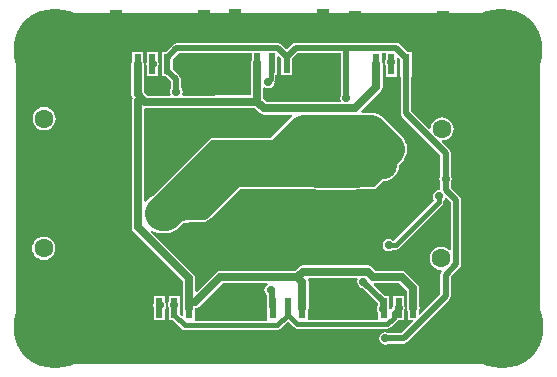
<source format=gbl>
G04*
G04 #@! TF.GenerationSoftware,Altium Limited,Altium Designer,21.6.1 (37)*
G04*
G04 Layer_Physical_Order=2*
G04 Layer_Color=16711680*
%FSLAX44Y44*%
%MOMM*%
G71*
G04*
G04 #@! TF.SameCoordinates,463AB4A2-C92B-4DBF-B99B-D3FD589B31D3*
G04*
G04*
G04 #@! TF.FilePolarity,Positive*
G04*
G01*
G75*
%ADD27C,3.0000*%
%ADD28C,2.0000*%
%ADD30C,0.4000*%
%ADD31C,0.5000*%
%ADD32C,2.4000*%
G04:AMPARAMS|DCode=33|XSize=2.4mm|YSize=2.4mm|CornerRadius=0.36mm|HoleSize=0mm|Usage=FLASHONLY|Rotation=180.000|XOffset=0mm|YOffset=0mm|HoleType=Round|Shape=RoundedRectangle|*
%AMROUNDEDRECTD33*
21,1,2.4000,1.6800,0,0,180.0*
21,1,1.6800,2.4000,0,0,180.0*
1,1,0.7200,-0.8400,0.8400*
1,1,0.7200,0.8400,0.8400*
1,1,0.7200,0.8400,-0.8400*
1,1,0.7200,-0.8400,-0.8400*
%
%ADD33ROUNDEDRECTD33*%
%ADD34C,1.6000*%
G04:AMPARAMS|DCode=35|XSize=2.4mm|YSize=2.4mm|CornerRadius=0.6mm|HoleSize=0mm|Usage=FLASHONLY|Rotation=0.000|XOffset=0mm|YOffset=0mm|HoleType=Round|Shape=RoundedRectangle|*
%AMROUNDEDRECTD35*
21,1,2.4000,1.2000,0,0,0.0*
21,1,1.2000,2.4000,0,0,0.0*
1,1,1.2000,0.6000,-0.6000*
1,1,1.2000,-0.6000,-0.6000*
1,1,1.2000,-0.6000,0.6000*
1,1,1.2000,0.6000,0.6000*
%
%ADD35ROUNDEDRECTD35*%
%ADD36C,7.0000*%
%ADD37C,0.7000*%
%ADD38R,1.0000X2.7000*%
%ADD39R,0.6000X1.7000*%
%ADD40C,4.0000*%
%ADD41C,0.7000*%
G36*
X1719000Y2834666D02*
X1719000Y2607000D01*
X1686000Y2574000D01*
X1299000D01*
X1275000Y2598000D01*
X1275000Y2835000D01*
X1312000Y2872000D01*
X1691000Y2872000D01*
X1719000Y2834666D01*
D02*
G37*
%LPC*%
G36*
X1597000Y2846282D02*
X1512000D01*
X1510361Y2845956D01*
X1508972Y2845028D01*
X1504500Y2840556D01*
X1500328Y2844728D01*
X1498939Y2845656D01*
X1497300Y2845982D01*
X1411200D01*
X1409561Y2845656D01*
X1408172Y2844728D01*
X1401894Y2838450D01*
X1398550D01*
Y2818050D01*
X1401894D01*
X1406335Y2813609D01*
Y2807378D01*
X1406102Y2807029D01*
X1405698Y2805000D01*
X1406102Y2802971D01*
X1406268Y2802722D01*
X1405670Y2801602D01*
X1386896D01*
X1383552Y2804946D01*
Y2828250D01*
X1383148Y2830279D01*
X1382950Y2830576D01*
Y2838450D01*
X1373550D01*
Y2830576D01*
X1373352Y2830279D01*
X1372948Y2828250D01*
Y2802750D01*
X1373352Y2800721D01*
X1374242Y2799388D01*
X1373902Y2798879D01*
X1373498Y2796850D01*
Y2690034D01*
X1373902Y2688004D01*
X1375051Y2686284D01*
X1416448Y2644887D01*
Y2626250D01*
Y2621750D01*
X1416852Y2619721D01*
X1417050Y2619424D01*
Y2615444D01*
X1415877Y2614958D01*
X1413950Y2616885D01*
Y2622424D01*
X1414148Y2622721D01*
X1414552Y2624750D01*
X1414148Y2626779D01*
X1413950Y2627076D01*
Y2631950D01*
X1404550D01*
Y2627076D01*
X1404352Y2626779D01*
X1403948Y2624750D01*
X1404352Y2622721D01*
X1404550Y2622424D01*
Y2611550D01*
X1408615D01*
X1415832Y2604333D01*
X1415832Y2604332D01*
X1417056Y2603515D01*
X1418500Y2603228D01*
X1496000D01*
X1496000Y2603228D01*
X1497444Y2603515D01*
X1498668Y2604332D01*
X1505250Y2610915D01*
X1510832Y2605333D01*
X1510832Y2605332D01*
X1512056Y2604515D01*
X1513500Y2604228D01*
X1513500Y2604228D01*
X1589732D01*
X1589733Y2604228D01*
X1591176Y2604515D01*
X1592400Y2605332D01*
X1597934Y2610866D01*
X1597934Y2610866D01*
X1598391Y2611550D01*
X1603950D01*
Y2619424D01*
X1604148Y2619721D01*
X1604552Y2621750D01*
X1604148Y2623779D01*
X1603950Y2624076D01*
Y2631950D01*
X1594550D01*
Y2624076D01*
X1594352Y2623779D01*
X1593956Y2621791D01*
X1592720Y2620555D01*
X1592215Y2620623D01*
X1591450Y2621001D01*
Y2631950D01*
X1587546D01*
X1578067Y2641428D01*
X1578594Y2642698D01*
X1599804D01*
X1605948Y2636554D01*
Y2622250D01*
X1606352Y2620221D01*
X1607050Y2619176D01*
Y2611550D01*
X1611274D01*
X1611760Y2610377D01*
X1601666Y2600282D01*
X1590951D01*
X1590029Y2600898D01*
X1588000Y2601302D01*
X1585971Y2600898D01*
X1584251Y2599749D01*
X1583102Y2598029D01*
X1582698Y2596000D01*
X1583102Y2593971D01*
X1584251Y2592251D01*
X1585971Y2591102D01*
X1588000Y2590698D01*
X1590029Y2591102D01*
X1590951Y2591718D01*
X1603440D01*
X1605078Y2592044D01*
X1606468Y2592972D01*
X1642028Y2628532D01*
X1642956Y2629922D01*
X1643282Y2631560D01*
Y2648195D01*
X1650758Y2655670D01*
X1651686Y2657060D01*
X1652012Y2658699D01*
Y2713159D01*
X1651686Y2714798D01*
X1650758Y2716187D01*
X1643282Y2723663D01*
Y2728049D01*
X1643898Y2728971D01*
X1644302Y2731000D01*
X1643898Y2733029D01*
X1643282Y2733951D01*
Y2753264D01*
X1642956Y2754903D01*
X1642028Y2756293D01*
X1635766Y2762554D01*
X1636376Y2763741D01*
X1638570Y2764030D01*
X1640930Y2765007D01*
X1642956Y2766562D01*
X1644511Y2768588D01*
X1645488Y2770948D01*
X1645822Y2773480D01*
X1645488Y2776012D01*
X1644511Y2778372D01*
X1642956Y2780398D01*
X1640930Y2781953D01*
X1638570Y2782930D01*
X1636038Y2783264D01*
X1633506Y2782930D01*
X1631146Y2781953D01*
X1629120Y2780398D01*
X1627565Y2778372D01*
X1626588Y2776012D01*
X1626299Y2773818D01*
X1625112Y2773208D01*
X1609782Y2788539D01*
Y2817800D01*
X1610200D01*
Y2838200D01*
X1606856D01*
X1600028Y2845028D01*
X1598639Y2845956D01*
X1597000Y2846282D01*
D02*
G37*
G36*
X1395450Y2838450D02*
X1386050D01*
Y2830269D01*
X1385698Y2828500D01*
X1386050Y2826731D01*
Y2818050D01*
X1395450D01*
Y2825800D01*
X1395898Y2826471D01*
X1396302Y2828500D01*
X1395898Y2830529D01*
X1395450Y2831200D01*
Y2838450D01*
D02*
G37*
G36*
X1299178Y2792026D02*
X1296646Y2791692D01*
X1294286Y2790715D01*
X1292260Y2789160D01*
X1290705Y2787134D01*
X1289728Y2784774D01*
X1289394Y2782242D01*
X1289728Y2779710D01*
X1290705Y2777350D01*
X1292260Y2775324D01*
X1294286Y2773769D01*
X1296646Y2772792D01*
X1299178Y2772458D01*
X1301710Y2772792D01*
X1304070Y2773769D01*
X1306096Y2775324D01*
X1307651Y2777350D01*
X1308628Y2779710D01*
X1308962Y2782242D01*
X1308628Y2784774D01*
X1307651Y2787134D01*
X1306096Y2789160D01*
X1304070Y2790715D01*
X1301710Y2791692D01*
X1299178Y2792026D01*
D02*
G37*
G36*
X1298670Y2682044D02*
X1296138Y2681710D01*
X1293778Y2680733D01*
X1291752Y2679178D01*
X1290197Y2677152D01*
X1289220Y2674792D01*
X1288886Y2672260D01*
X1289220Y2669728D01*
X1290197Y2667368D01*
X1291752Y2665342D01*
X1293778Y2663787D01*
X1296138Y2662810D01*
X1298670Y2662476D01*
X1301202Y2662810D01*
X1303562Y2663787D01*
X1305588Y2665342D01*
X1307143Y2667368D01*
X1308120Y2669728D01*
X1308454Y2672260D01*
X1308120Y2674792D01*
X1307143Y2677152D01*
X1305588Y2679178D01*
X1303562Y2680733D01*
X1301202Y2681710D01*
X1298670Y2682044D01*
D02*
G37*
G36*
X1401450Y2631950D02*
X1392050D01*
Y2625769D01*
X1391698Y2624000D01*
X1392050Y2622231D01*
Y2611550D01*
X1401450D01*
Y2621300D01*
X1401898Y2621971D01*
X1402302Y2624000D01*
X1401898Y2626029D01*
X1401450Y2626700D01*
Y2631950D01*
D02*
G37*
%LPD*%
G36*
X1550218Y2821246D02*
X1550544Y2819607D01*
X1550718Y2819346D01*
Y2802401D01*
X1550102Y2801479D01*
X1549698Y2799450D01*
X1550102Y2797421D01*
X1550268Y2797172D01*
X1549669Y2796052D01*
X1487446D01*
X1484802Y2798696D01*
Y2808024D01*
X1486072Y2808702D01*
X1486971Y2808102D01*
X1489000Y2807698D01*
X1491029Y2808102D01*
X1492749Y2809251D01*
X1493898Y2810971D01*
X1494302Y2813000D01*
X1494134Y2813843D01*
X1494485Y2814368D01*
X1494772Y2815812D01*
Y2818800D01*
X1496700D01*
Y2834585D01*
X1497873Y2835071D01*
X1499800Y2833144D01*
Y2818800D01*
X1509200D01*
Y2833144D01*
X1513774Y2837718D01*
X1550218D01*
Y2821246D01*
D02*
G37*
G36*
X1474800Y2831326D02*
X1474602Y2831029D01*
X1474198Y2829000D01*
Y2801802D01*
X1443548D01*
X1442543Y2801602D01*
X1416331D01*
X1415732Y2802722D01*
X1415898Y2802971D01*
X1416302Y2805000D01*
X1415898Y2807029D01*
X1414900Y2808524D01*
Y2815383D01*
X1414574Y2817021D01*
X1413645Y2818411D01*
X1407950Y2824106D01*
Y2832394D01*
X1412974Y2837418D01*
X1474800D01*
Y2831326D01*
D02*
G37*
G36*
X1588300Y2832326D02*
X1588102Y2832029D01*
X1587698Y2830000D01*
X1588102Y2827971D01*
X1588300Y2827674D01*
Y2817800D01*
X1597700D01*
Y2827674D01*
X1597898Y2827971D01*
X1598302Y2830000D01*
X1597898Y2832029D01*
X1597700Y2832326D01*
Y2833585D01*
X1598873Y2834071D01*
X1600800Y2832144D01*
Y2817800D01*
X1601218D01*
Y2786765D01*
X1601544Y2785126D01*
X1602472Y2783737D01*
X1634718Y2751491D01*
Y2733951D01*
X1634102Y2733029D01*
X1633698Y2731000D01*
X1634102Y2728971D01*
X1634718Y2728049D01*
Y2722855D01*
X1633500Y2721802D01*
X1631471Y2721398D01*
X1629751Y2720249D01*
X1628602Y2718529D01*
X1628198Y2716500D01*
X1628602Y2714471D01*
X1629510Y2713112D01*
Y2712845D01*
X1595437Y2678773D01*
X1594714D01*
X1593029Y2679898D01*
X1591000Y2680302D01*
X1588971Y2679898D01*
X1587251Y2678749D01*
X1586102Y2677029D01*
X1585698Y2675000D01*
X1586102Y2672971D01*
X1587251Y2671251D01*
X1588971Y2670102D01*
X1591000Y2669698D01*
X1593029Y2670102D01*
X1594714Y2671227D01*
X1597000D01*
X1597000Y2671227D01*
X1598444Y2671515D01*
X1599668Y2672332D01*
X1635950Y2708615D01*
X1636768Y2709839D01*
X1637055Y2711282D01*
X1637055Y2711283D01*
Y2712621D01*
X1637249Y2712751D01*
X1638398Y2714471D01*
X1638461Y2714788D01*
X1639677Y2715157D01*
X1643448Y2711385D01*
Y2671285D01*
X1642178Y2670878D01*
X1640422Y2672225D01*
X1638062Y2673202D01*
X1635530Y2673536D01*
X1632998Y2673202D01*
X1630638Y2672225D01*
X1628612Y2670670D01*
X1627057Y2668644D01*
X1626080Y2666284D01*
X1625746Y2663752D01*
X1626080Y2661220D01*
X1627057Y2658860D01*
X1628612Y2656834D01*
X1630638Y2655279D01*
X1632998Y2654302D01*
X1635192Y2654013D01*
X1635555Y2653540D01*
X1635672Y2653282D01*
X1635788Y2652721D01*
X1635044Y2651607D01*
X1634718Y2649969D01*
Y2633334D01*
X1617623Y2616240D01*
X1616450Y2616726D01*
Y2619424D01*
X1616648Y2619721D01*
X1617052Y2621750D01*
X1616648Y2623779D01*
X1616552Y2623923D01*
Y2638750D01*
X1616148Y2640779D01*
X1614999Y2642499D01*
X1605749Y2651749D01*
X1604029Y2652898D01*
X1602000Y2653302D01*
X1579939D01*
X1576792Y2656449D01*
X1575072Y2657598D01*
X1573043Y2658002D01*
X1518349D01*
X1516320Y2657598D01*
X1514601Y2656449D01*
X1511453Y2653302D01*
X1448000D01*
X1445971Y2652898D01*
X1444251Y2651749D01*
X1428225Y2635723D01*
X1427052Y2636209D01*
Y2647084D01*
X1426648Y2649113D01*
X1425499Y2650833D01*
X1389779Y2686553D01*
X1390543Y2687584D01*
X1392578Y2686497D01*
X1395726Y2685542D01*
X1399000Y2685219D01*
X1401383D01*
X1404656Y2685542D01*
X1407804Y2686497D01*
X1410706Y2688047D01*
X1413248Y2690134D01*
X1416098Y2692983D01*
X1417600Y2693606D01*
X1420556Y2694194D01*
X1422043Y2694267D01*
X1431688D01*
X1431856Y2694300D01*
X1432026D01*
X1434665Y2694825D01*
X1434823Y2694890D01*
X1434990Y2694923D01*
X1437475Y2695953D01*
X1437617Y2696048D01*
X1437775Y2696113D01*
X1440012Y2697608D01*
X1440133Y2697728D01*
X1440275Y2697823D01*
X1441226Y2698774D01*
X1464718Y2722267D01*
X1528749D01*
X1531000Y2722045D01*
X1562000D01*
X1564251Y2722267D01*
X1578000D01*
X1578663Y2722399D01*
X1579226Y2722774D01*
X1585676Y2729225D01*
X1586000Y2729182D01*
X1589576Y2729653D01*
X1592909Y2731033D01*
X1595771Y2733229D01*
X1597967Y2736091D01*
X1599347Y2739424D01*
X1599818Y2743000D01*
X1599801Y2743134D01*
X1601442Y2744482D01*
X1603529Y2747025D01*
X1605080Y2749926D01*
X1606035Y2753074D01*
X1606357Y2756347D01*
X1606035Y2759621D01*
X1605080Y2762769D01*
X1603529Y2765670D01*
X1601442Y2768213D01*
X1587240Y2782416D01*
X1584697Y2784503D01*
X1581796Y2786053D01*
X1578648Y2787008D01*
X1575374Y2787331D01*
X1567988D01*
X1567502Y2788504D01*
X1584249Y2805251D01*
X1585398Y2806971D01*
X1585802Y2809000D01*
Y2828000D01*
X1585398Y2830029D01*
X1585200Y2830326D01*
Y2837718D01*
X1588300D01*
Y2832326D01*
D02*
G37*
G36*
X1481501Y2787001D02*
X1483221Y2785852D01*
X1485250Y2785448D01*
X1509060D01*
X1509514Y2784178D01*
X1507367Y2782416D01*
X1490684Y2765733D01*
X1441000D01*
X1440337Y2765602D01*
X1439774Y2765226D01*
X1391448Y2716899D01*
X1389677Y2715953D01*
X1387134Y2713866D01*
X1385372Y2711718D01*
X1384102Y2712173D01*
Y2790507D01*
X1384700Y2790998D01*
X1443348D01*
X1444354Y2791198D01*
X1477304D01*
X1481501Y2787001D01*
D02*
G37*
G36*
X1597000Y2761000D02*
Y2743000D01*
X1578000Y2724000D01*
X1464000D01*
X1440000Y2700000D01*
X1439049Y2699049D01*
X1436812Y2697554D01*
X1434327Y2696525D01*
X1431688Y2696000D01*
X1422000D01*
X1420343Y2695919D01*
X1417094Y2695272D01*
X1414034Y2694005D01*
X1411279Y2692164D01*
X1410050Y2691050D01*
X1409000Y2690000D01*
X1390000Y2713000D01*
X1441000Y2764000D01*
X1594000D01*
X1597000Y2761000D01*
D02*
G37*
G36*
X1564708Y2646278D02*
X1564541Y2646029D01*
X1564138Y2644000D01*
X1564541Y2641971D01*
X1565691Y2640251D01*
X1567411Y2639102D01*
X1568498Y2638885D01*
X1581718Y2625666D01*
Y2623951D01*
X1581102Y2623029D01*
X1580698Y2621000D01*
X1581102Y2618971D01*
X1582050Y2617552D01*
Y2611772D01*
X1522450D01*
Y2619424D01*
X1522648Y2619721D01*
X1523052Y2621750D01*
Y2643900D01*
X1522648Y2645928D01*
X1522415Y2646278D01*
X1523013Y2647398D01*
X1564109D01*
X1564708Y2646278D01*
D02*
G37*
G36*
X1488267Y2641428D02*
X1487251Y2640749D01*
X1486102Y2639029D01*
X1485698Y2637000D01*
X1486102Y2634971D01*
X1487251Y2633251D01*
X1487968Y2632772D01*
Y2622250D01*
X1488050Y2621837D01*
Y2611550D01*
X1487102Y2610772D01*
X1427398D01*
X1426450Y2611550D01*
Y2619424D01*
X1426648Y2619721D01*
X1427002Y2621498D01*
X1428779Y2621852D01*
X1430499Y2623001D01*
X1450196Y2642698D01*
X1487882D01*
X1488267Y2641428D01*
D02*
G37*
D27*
X1401383Y2702000D02*
X1442233Y2742850D01*
X1456200D02*
X1491533D01*
X1442233D02*
X1451000D01*
X1519233Y2770550D02*
X1575374D01*
X1589576Y2756347D01*
X1491533Y2742850D02*
X1519233Y2770550D01*
X1399000Y2702000D02*
X1401383D01*
D28*
X1530500Y2743350D02*
X1531000Y2743850D01*
X1530000Y2742850D02*
X1530500Y2743350D01*
D30*
X1591000Y2675000D02*
X1597000D01*
X1633282Y2711282D01*
Y2716282D02*
X1633500Y2716500D01*
X1633282Y2711282D02*
Y2716282D01*
X1513500Y2608000D02*
X1589733D01*
X1505250Y2616250D02*
X1513500Y2608000D01*
X1589733D02*
X1595266Y2613534D01*
Y2617766D02*
X1599250Y2621750D01*
X1595266Y2613534D02*
Y2617766D01*
X1409250Y2621750D02*
Y2624750D01*
X1418500Y2607000D02*
X1496000D01*
X1409250Y2616250D02*
X1418500Y2607000D01*
X1409250Y2616250D02*
Y2621750D01*
X1496000Y2607000D02*
X1505250Y2616250D01*
Y2621750D01*
X1491000Y2815812D02*
Y2828000D01*
X1492000Y2829000D01*
D31*
X1605500Y2786765D02*
X1639000Y2753264D01*
Y2721889D02*
Y2753264D01*
X1605500Y2786765D02*
Y2833500D01*
X1554500Y2821246D02*
X1555000Y2820746D01*
Y2799450D02*
Y2820746D01*
X1554500Y2821246D02*
Y2842000D01*
X1410617Y2805383D02*
X1411000Y2805000D01*
X1410617Y2805383D02*
Y2815383D01*
X1403250Y2822750D02*
Y2828250D01*
Y2822750D02*
X1410617Y2815383D01*
X1639000Y2649969D02*
X1647730Y2658699D01*
Y2713159D01*
X1639000Y2631560D02*
Y2649969D01*
Y2721889D02*
X1647730Y2713159D01*
X1603440Y2596000D02*
X1639000Y2631560D01*
X1547750Y2620750D02*
X1548750Y2621750D01*
X1574250D01*
X1586000Y2621000D02*
Y2627440D01*
X1588000Y2596000D02*
X1603440D01*
X1554500Y2842000D02*
X1597000D01*
X1512000D02*
X1554500D01*
X1597000D02*
X1605500Y2833500D01*
X1504500Y2834500D02*
X1512000Y2842000D01*
X1504500Y2829000D02*
Y2834500D01*
X1411200Y2841700D02*
X1497300D01*
X1504500Y2834500D01*
X1403250Y2833750D02*
X1411200Y2841700D01*
X1403250Y2828250D02*
Y2833750D01*
X1569440Y2644000D02*
X1586000Y2627440D01*
X1491000Y2636459D02*
Y2637000D01*
Y2636459D02*
X1492250Y2635209D01*
Y2622250D02*
Y2635209D01*
Y2622250D02*
X1492750Y2621750D01*
D32*
X1586000Y2743000D02*
D03*
X1399000Y2702000D02*
D03*
D33*
X1586000Y2694000D02*
D03*
D34*
X1636038Y2773480D02*
D03*
X1635530Y2663752D02*
D03*
X1299178Y2782242D02*
D03*
X1298670Y2672260D02*
D03*
D35*
X1399000Y2751000D02*
D03*
D36*
X1687000Y2606000D02*
D03*
X1686000Y2840000D02*
D03*
X1308000Y2606000D02*
D03*
Y2840000D02*
D03*
D37*
X1710001Y2800002D02*
D03*
Y2760002D02*
D03*
Y2740002D02*
D03*
Y2720002D02*
D03*
Y2700002D02*
D03*
Y2680002D02*
D03*
X1700001Y2800002D02*
D03*
Y2760002D02*
D03*
X1705001Y2750002D02*
D03*
X1700001Y2740002D02*
D03*
X1705001Y2730002D02*
D03*
X1700001Y2720002D02*
D03*
X1705001Y2710002D02*
D03*
X1700001Y2700002D02*
D03*
X1705001Y2690002D02*
D03*
X1700001Y2680002D02*
D03*
X1690001Y2760002D02*
D03*
X1695001Y2750002D02*
D03*
X1690001Y2740002D02*
D03*
X1695001Y2730002D02*
D03*
X1690001Y2720002D02*
D03*
X1695001Y2710002D02*
D03*
X1690001Y2700002D02*
D03*
X1695001Y2690002D02*
D03*
X1690001Y2680002D02*
D03*
X1680001Y2760002D02*
D03*
X1685001Y2750002D02*
D03*
X1680001Y2740002D02*
D03*
X1685001Y2730002D02*
D03*
X1680001Y2720002D02*
D03*
X1685001Y2710002D02*
D03*
X1680001Y2700002D02*
D03*
X1685001Y2690002D02*
D03*
X1680001Y2680002D02*
D03*
X1670001Y2800002D02*
D03*
Y2760002D02*
D03*
X1675001Y2750002D02*
D03*
X1670001Y2740002D02*
D03*
X1675001Y2730002D02*
D03*
X1670001Y2720002D02*
D03*
X1675001Y2710002D02*
D03*
X1670001Y2700002D02*
D03*
X1675001Y2690002D02*
D03*
X1670001Y2680002D02*
D03*
X1660001Y2800002D02*
D03*
Y2780002D02*
D03*
X1665001Y2770002D02*
D03*
Y2750002D02*
D03*
Y2730002D02*
D03*
Y2710002D02*
D03*
Y2690002D02*
D03*
X1660001Y2660002D02*
D03*
X1665001Y2650002D02*
D03*
X1660001Y2640002D02*
D03*
X1655001Y2810002D02*
D03*
X1650001Y2800002D02*
D03*
X1655001Y2790002D02*
D03*
X1650001Y2780002D02*
D03*
X1655001Y2650002D02*
D03*
X1650001Y2640002D02*
D03*
X1640001Y2840002D02*
D03*
X1645001Y2830002D02*
D03*
X1640001Y2820002D02*
D03*
X1645001Y2810002D02*
D03*
X1640001Y2800002D02*
D03*
X1645001Y2790002D02*
D03*
Y2610002D02*
D03*
Y2590002D02*
D03*
X1635001Y2810002D02*
D03*
Y2790002D02*
D03*
X1620001Y2660002D02*
D03*
X1625001Y2650002D02*
D03*
X1615001Y2670002D02*
D03*
X1610001Y2660002D02*
D03*
X1600001Y2860002D02*
D03*
X1605001Y2850002D02*
D03*
X1590001Y2860002D02*
D03*
X1580001D02*
D03*
X1570001Y2680002D02*
D03*
X1575001Y2590002D02*
D03*
X1560001Y2700002D02*
D03*
X1565001Y2690002D02*
D03*
X1560001Y2680002D02*
D03*
X1550001Y2860002D02*
D03*
X1555001Y2690002D02*
D03*
X1550001Y2680002D02*
D03*
X1540001D02*
D03*
X1535001Y2830002D02*
D03*
X1520001Y2860002D02*
D03*
X1525001Y2590002D02*
D03*
X1490001Y2780002D02*
D03*
X1495001Y2690002D02*
D03*
X1490001Y2660002D02*
D03*
X1480001Y2780002D02*
D03*
X1485001Y2690002D02*
D03*
X1480001Y2660002D02*
D03*
X1470001Y2780002D02*
D03*
X1475001Y2690002D02*
D03*
X1470001Y2660002D02*
D03*
X1460001Y2620002D02*
D03*
X1450001Y2860002D02*
D03*
X1455001Y2830002D02*
D03*
X1450001Y2620002D02*
D03*
X1445001Y2830002D02*
D03*
X1440001Y2620002D02*
D03*
X1435001Y2830002D02*
D03*
Y2690002D02*
D03*
X1420001Y2860002D02*
D03*
X1425001Y2830002D02*
D03*
Y2770002D02*
D03*
X1420001Y2760002D02*
D03*
X1425001Y2690002D02*
D03*
Y2590002D02*
D03*
X1410001Y2860002D02*
D03*
X1415001Y2770002D02*
D03*
X1410001Y2600002D02*
D03*
X1415001Y2590002D02*
D03*
X1400001Y2860002D02*
D03*
X1405001Y2850002D02*
D03*
Y2770002D02*
D03*
X1400001Y2600002D02*
D03*
X1405001Y2590002D02*
D03*
X1390001Y2860002D02*
D03*
X1395001Y2850002D02*
D03*
Y2770002D02*
D03*
Y2730002D02*
D03*
X1390001Y2600002D02*
D03*
X1395001Y2590002D02*
D03*
X1380001Y2860002D02*
D03*
X1385001Y2850002D02*
D03*
X1380001Y2600002D02*
D03*
X1385001Y2590002D02*
D03*
X1375001Y2850002D02*
D03*
X1370001Y2680002D02*
D03*
X1375001Y2630002D02*
D03*
Y2610002D02*
D03*
X1365001Y2810002D02*
D03*
X1360001Y2800002D02*
D03*
X1365001Y2790002D02*
D03*
X1360001Y2780002D02*
D03*
X1365001Y2770002D02*
D03*
X1360001Y2760002D02*
D03*
X1365001Y2750002D02*
D03*
X1360001Y2740002D02*
D03*
X1365001Y2730002D02*
D03*
X1360001Y2720002D02*
D03*
X1365001Y2710002D02*
D03*
X1360001Y2700002D02*
D03*
X1365001Y2690002D02*
D03*
X1360001Y2680002D02*
D03*
X1365001Y2670002D02*
D03*
X1360001Y2660002D02*
D03*
X1365001Y2650002D02*
D03*
X1360001Y2640002D02*
D03*
X1365001Y2630002D02*
D03*
X1355001Y2810002D02*
D03*
X1350001Y2800002D02*
D03*
X1355001Y2790002D02*
D03*
X1350001Y2780002D02*
D03*
X1355001Y2770002D02*
D03*
X1350001Y2760002D02*
D03*
X1355001Y2750002D02*
D03*
X1350001Y2740002D02*
D03*
X1355001Y2730002D02*
D03*
X1350001Y2720002D02*
D03*
X1355001Y2710002D02*
D03*
X1350001Y2700002D02*
D03*
X1355001Y2690002D02*
D03*
X1350001Y2680002D02*
D03*
X1355001Y2670002D02*
D03*
X1350001Y2660002D02*
D03*
X1355001Y2650002D02*
D03*
X1350001Y2640002D02*
D03*
X1355001Y2630002D02*
D03*
X1345001Y2810002D02*
D03*
X1340001Y2800002D02*
D03*
X1345001Y2790002D02*
D03*
X1340001Y2780002D02*
D03*
X1345001Y2770002D02*
D03*
X1340001Y2760002D02*
D03*
X1345001Y2750002D02*
D03*
X1340001Y2740002D02*
D03*
X1345001Y2730002D02*
D03*
X1340001Y2720002D02*
D03*
X1345001Y2710002D02*
D03*
X1340001Y2700002D02*
D03*
X1345001Y2690002D02*
D03*
X1340001Y2680002D02*
D03*
X1345001Y2670002D02*
D03*
X1340001Y2660002D02*
D03*
X1345001Y2650002D02*
D03*
X1340001Y2640002D02*
D03*
X1345001Y2630002D02*
D03*
X1330001Y2800002D02*
D03*
X1335001Y2790002D02*
D03*
X1330001Y2780002D02*
D03*
X1335001Y2770002D02*
D03*
X1330001Y2760002D02*
D03*
X1335001Y2750002D02*
D03*
X1330001Y2740002D02*
D03*
X1335001Y2730002D02*
D03*
X1330001Y2720002D02*
D03*
X1335001Y2710002D02*
D03*
X1330001Y2700002D02*
D03*
X1335001Y2690002D02*
D03*
X1330001Y2680002D02*
D03*
X1335001Y2670002D02*
D03*
X1330001Y2660002D02*
D03*
X1335001Y2650002D02*
D03*
X1325001Y2790002D02*
D03*
X1320001Y2780002D02*
D03*
X1325001Y2770002D02*
D03*
X1320001Y2760002D02*
D03*
X1325001Y2750002D02*
D03*
X1320001Y2740002D02*
D03*
X1325001Y2730002D02*
D03*
X1320001Y2720002D02*
D03*
X1325001Y2710002D02*
D03*
X1320001Y2700002D02*
D03*
X1325001Y2690002D02*
D03*
X1320001Y2680002D02*
D03*
X1325001Y2670002D02*
D03*
X1320001Y2660002D02*
D03*
X1325001Y2650002D02*
D03*
X1315001Y2790002D02*
D03*
Y2770002D02*
D03*
X1310001Y2760002D02*
D03*
X1315001Y2750002D02*
D03*
X1310001Y2740002D02*
D03*
X1315001Y2730002D02*
D03*
X1310001Y2720002D02*
D03*
X1315001Y2710002D02*
D03*
X1310001Y2700002D02*
D03*
X1315001Y2690002D02*
D03*
Y2670002D02*
D03*
X1310001Y2660002D02*
D03*
X1315001Y2650002D02*
D03*
X1300001Y2760002D02*
D03*
X1305001Y2750002D02*
D03*
X1300001Y2740002D02*
D03*
X1305001Y2730002D02*
D03*
X1300001Y2720002D02*
D03*
X1305001Y2710002D02*
D03*
X1300001Y2700002D02*
D03*
X1305001Y2690002D02*
D03*
Y2650002D02*
D03*
X1290001Y2800002D02*
D03*
Y2760002D02*
D03*
X1295001Y2750002D02*
D03*
X1290001Y2740002D02*
D03*
X1295001Y2730002D02*
D03*
X1290001Y2720002D02*
D03*
X1295001Y2710002D02*
D03*
X1290001Y2700002D02*
D03*
X1295001Y2690002D02*
D03*
Y2650002D02*
D03*
X1285001Y2790002D02*
D03*
Y2770002D02*
D03*
Y2750002D02*
D03*
Y2730002D02*
D03*
Y2710002D02*
D03*
Y2690002D02*
D03*
Y2650002D02*
D03*
X1591000Y2675000D02*
D03*
X1540045Y2733972D02*
D03*
Y2742972D02*
D03*
X1553701Y2735478D02*
D03*
X1553045Y2743972D02*
D03*
X1562000Y2743850D02*
D03*
X1466739Y2733914D02*
D03*
X1477739Y2731913D02*
D03*
X1477739Y2742764D02*
D03*
X1466839D02*
D03*
X1486739Y2742914D02*
D03*
X1487739Y2731913D02*
D03*
X1456200Y2733550D02*
D03*
X1455939Y2742764D02*
D03*
X1562304Y2735399D02*
D03*
X1530045Y2733972D02*
D03*
X1555000Y2799450D02*
D03*
X1444739Y2732914D02*
D03*
X1446356Y2742764D02*
D03*
X1411000Y2805000D02*
D03*
X1530500Y2743350D02*
D03*
X1593000Y2830000D02*
D03*
X1547750Y2620750D02*
D03*
X1588000Y2596000D02*
D03*
X1639000Y2731000D02*
D03*
X1569440Y2644000D02*
D03*
X1586000Y2621000D02*
D03*
X1491000Y2637000D02*
D03*
X1397000Y2624000D02*
D03*
X1409250Y2624750D02*
D03*
X1599250Y2621750D02*
D03*
X1633500Y2716500D02*
D03*
X1489000Y2813000D02*
D03*
X1391000Y2828500D02*
D03*
D38*
X1461750Y2589750D02*
D03*
X1536250D02*
D03*
X1535500Y2861000D02*
D03*
X1461000D02*
D03*
X1434250Y2860250D02*
D03*
X1359750D02*
D03*
X1636500Y2860000D02*
D03*
X1562000D02*
D03*
X1555750Y2589750D02*
D03*
X1630250D02*
D03*
X1365750D02*
D03*
X1440250D02*
D03*
D39*
X1480250Y2621750D02*
D03*
X1492750D02*
D03*
X1517750D02*
D03*
X1505250D02*
D03*
X1517000Y2829000D02*
D03*
X1504500D02*
D03*
X1479500D02*
D03*
X1492000D02*
D03*
X1415750Y2828250D02*
D03*
X1403250D02*
D03*
X1378250D02*
D03*
X1390750D02*
D03*
X1618000Y2828000D02*
D03*
X1605500D02*
D03*
X1580500D02*
D03*
X1593000D02*
D03*
X1574250Y2621750D02*
D03*
X1586750D02*
D03*
X1611750D02*
D03*
X1599250D02*
D03*
X1384250D02*
D03*
X1396750D02*
D03*
X1421750D02*
D03*
X1409250D02*
D03*
D40*
X1531000Y2743850D02*
X1562000D01*
D41*
X1421750Y2626250D02*
Y2647084D01*
X1381475Y2799525D02*
X1384700Y2796300D01*
X1378250Y2802750D02*
X1381475Y2799525D01*
X1378800Y2690034D02*
X1421750Y2647084D01*
X1378800Y2690034D02*
Y2796850D01*
X1381475Y2799525D01*
X1485250Y2790750D02*
X1562250D01*
X1580500Y2809000D01*
Y2828000D01*
X1479500Y2796500D02*
X1485250Y2790750D01*
X1384700Y2796300D02*
X1443348D01*
X1378250Y2802750D02*
Y2828250D01*
X1443348Y2796300D02*
X1443548Y2796500D01*
X1479500D01*
X1577743Y2648000D02*
X1602000D01*
X1573043Y2652700D02*
X1577743Y2648000D01*
X1518349Y2652700D02*
X1573043D01*
X1513649Y2648000D02*
X1518349Y2652700D01*
X1479500Y2796500D02*
Y2829000D01*
X1602000Y2648000D02*
X1611250Y2638750D01*
Y2622250D02*
Y2638750D01*
Y2622250D02*
X1611750Y2621750D01*
X1517750D02*
Y2643900D01*
X1513649Y2648000D02*
X1517750Y2643900D01*
X1448000Y2648000D02*
X1513649D01*
X1426750Y2626750D02*
X1448000Y2648000D01*
X1422250Y2626750D02*
X1426750D01*
X1421750Y2626250D02*
X1422250Y2626750D01*
X1421750Y2621750D02*
Y2626250D01*
M02*

</source>
